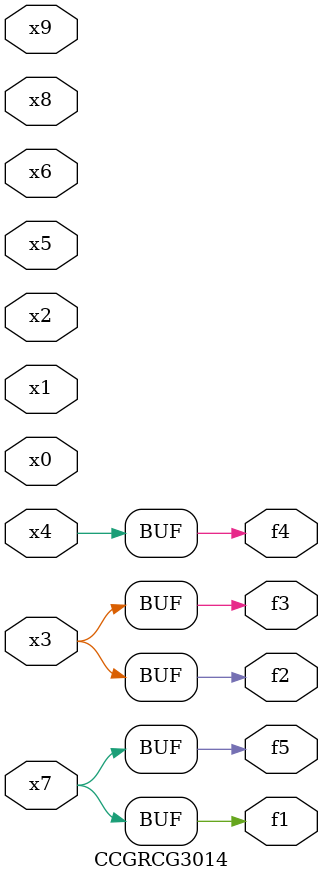
<source format=v>
module CCGRCG3014(
	input x0, x1, x2, x3, x4, x5, x6, x7, x8, x9,
	output f1, f2, f3, f4, f5
);
	assign f1 = x7;
	assign f2 = x3;
	assign f3 = x3;
	assign f4 = x4;
	assign f5 = x7;
endmodule

</source>
